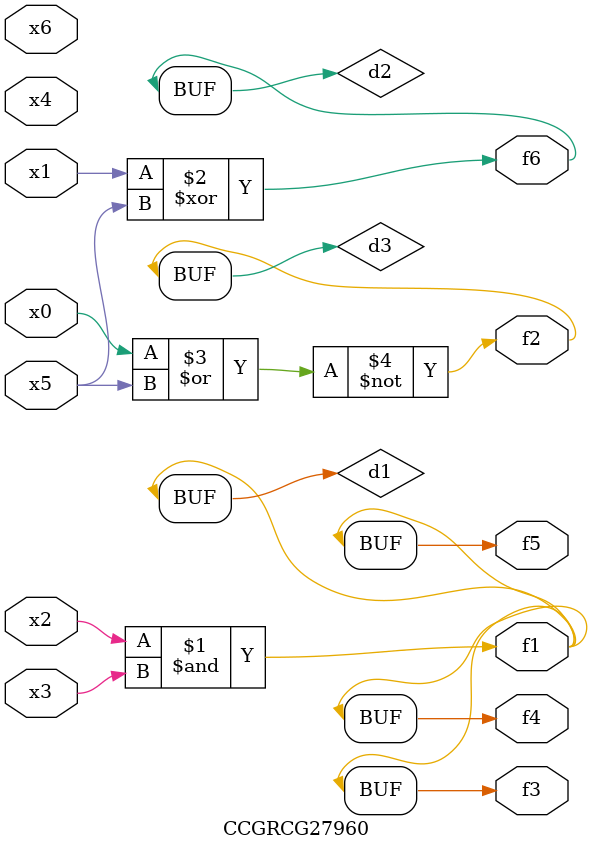
<source format=v>
module CCGRCG27960(
	input x0, x1, x2, x3, x4, x5, x6,
	output f1, f2, f3, f4, f5, f6
);

	wire d1, d2, d3;

	and (d1, x2, x3);
	xor (d2, x1, x5);
	nor (d3, x0, x5);
	assign f1 = d1;
	assign f2 = d3;
	assign f3 = d1;
	assign f4 = d1;
	assign f5 = d1;
	assign f6 = d2;
endmodule

</source>
